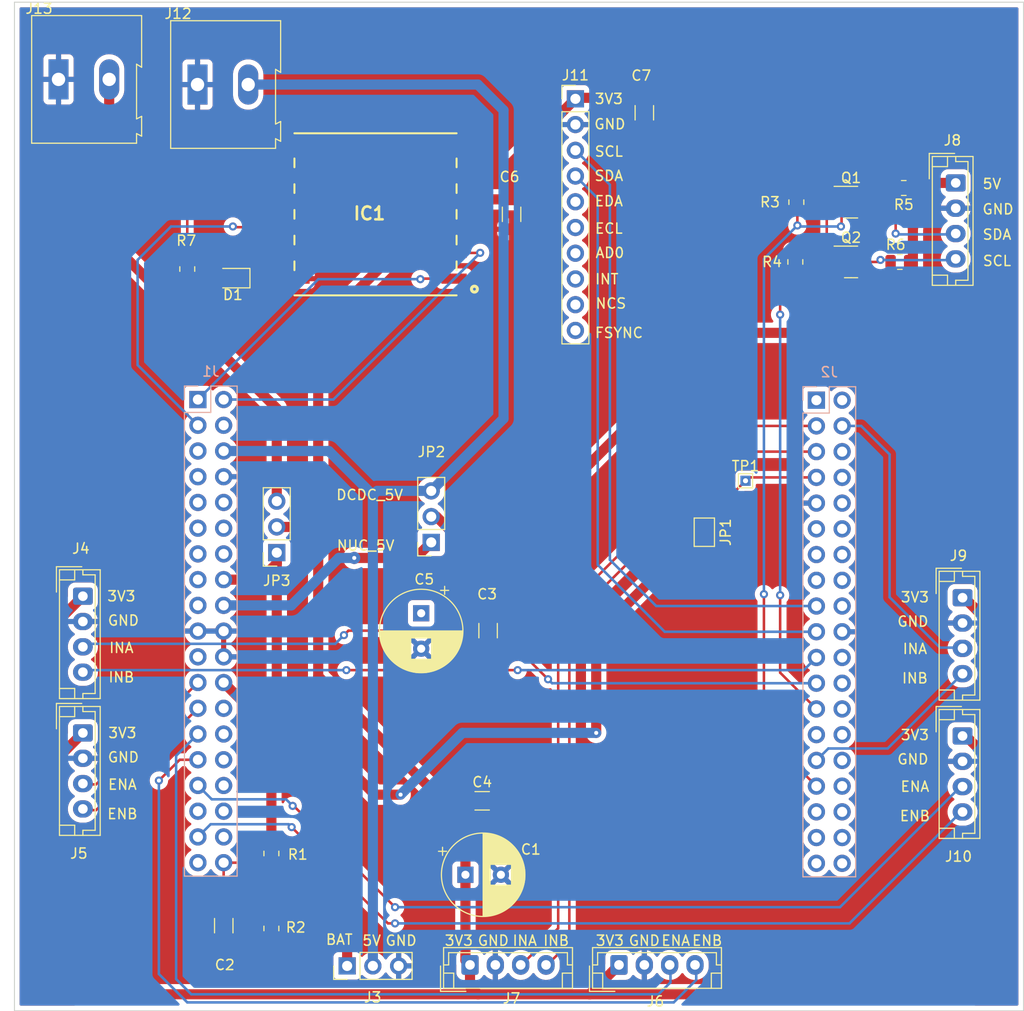
<source format=kicad_pcb>
(kicad_pcb (version 20211014) (generator pcbnew)
  (layers (0 "F.Cu" signal) (31 "B.Cu" signal) (34 "B.Paste" user) (35 "F.Paste" user) (36 "B.SilkS" user "B.Silkscreen") (37 "F.SilkS" user "F.Silkscreen") (38 "B.Mask" user) (39 "F.Mask" user) (44 "Edge.Cuts" user))
  (net 0 "")
  (net 1 "AVDD")
  (net 2 "VIN")
  (net 3 "BAT_ADC")
  (net 5 "ENCODER_GND")
  (net 6 "ENCODER_VCC")
  (net 8 "SDA2")
  (net 12 "SCL2")
  (net 14 "LOGIC_5V")
  (net 17 "Net-(D1-Pad2)")
  (net 19 "GPS_UART_RX")
  (net 20 "GPS_UART_TX")
  (net 21 "GPS_RESET")
  (net 22 "VDD")
  (net 24 "5V_DCDC")
  (net 26 "IOREF")
  (net 28 "RESET")
  (net 30 "ENCODER_A1")
  (net 32 "ENCODER_B1")
  (net 35 "ENCODER_A2")
  (net 36 "ENCODER_B2")
  (net 37 "ENCODER_A3")
  (net 38 "VBAT")
  (net 43 "ENCODER_B3")
  (net 44 "INA2")
  (net 52 "INA3")
  (net 54 "INB2")
  (net 58 "U5V")
  (net 59 "SCL")
  (net 60 "SDA")
  (net 62 "INB1")
  (net 64 "INA1")
  (net 66 "INB3")
  (net 68 "Net-(IC1-Pad6)")
  (net 84 "Net-(J8-Pad3)")
  (net 85 "Net-(J8-Pad4)")
  (net 86 "NUCLEO_5V")
  (net 87 "NUCLEO_3V3")
  (net 88 "3V3_DCDC")
  (footprint "Resistor_SMD:R_0805_2012Metric" (layer "F.Cu") (at 79.2 119.6 -90)
    (fp_text reference "R1")
    (fp_text value "10k")
  )
  (footprint "TestPoint:TestPoint_THTPad_1.0x1.0mm_Drill0.5mm" (layer "F.Cu") (at 125.984 82.804)
    (fp_text reference "TP1")
    (fp_text value "AVDD")
  )
  (footprint "Capacitor_SMD:C_1206_3216Metric" (layer "F.Cu") (at 102.9 56.5 90)
    (fp_text reference "C6")
    (fp_text value "10u")
  )
  (footprint "Capacitor_SMD:C_1206_3216Metric" (layer "F.Cu") (at 100 114.4)
    (fp_text reference "C4")
    (fp_text value "100n")
  )
  (footprint "Connector_JST:JST_EH_B4B-EH-A_1x04_P2.50mm_Vertical" (layer "F.Cu") (at 146.725 53.4 -90)
    (fp_text reference "J8")
    (fp_text value "LCD_I2C")
  )
  (footprint "TerminalBlock:TerminalBlock_Altech_AK300-2_P5.00mm" (layer "F.Cu") (at 71.911 43.688)
    (fp_text reference "J12")
    (fp_text value "Screw_Terminal_01x02")
  )
  (footprint "Connector_JST:JST_EH_B4B-EH-A_1x04_P2.50mm_Vertical" (layer "F.Cu") (at 60.6 107.7 -90)
    (fp_text reference "J5")
    (fp_text value "ENCODER_1")
  )
  (footprint "Resistor_SMD:R_0805_2012Metric" (layer "F.Cu") (at 141.2125 61.2 180)
    (fp_text reference "R6")
    (fp_text value "2K")
  )
  (footprint "LED_SMD:LED_0805_2012Metric" (layer "F.Cu") (at 75.4 62.8 180)
    (fp_text reference "D1")
    (fp_text value "LED")
  )
  (footprint "Capacitor_SMD:C_1206_3216Metric" (layer "F.Cu") (at 100.584 97.6 -90)
    (fp_text reference "C3")
    (fp_text value "100n")
  )
  (footprint "Resistor_SMD:R_0805_2012Metric" (layer "F.Cu") (at 141.6 53.9 180)
    (fp_text reference "R5")
    (fp_text value "2K")
  )
  (footprint "Connector_JST:JST_EH_B4B-EH-A_1x04_P2.50mm_Vertical" (layer "F.Cu") (at 98.8 130.6)
    (fp_text reference "J7")
    (fp_text value "MOTOR_2")
  )
  (footprint "Capacitor_THT:CP_Radial_D8.0mm_P3.50mm" (layer "F.Cu") (at 93.98 95.883349 -90)
    (fp_text reference "C5")
    (fp_text value "470u")
  )
  (footprint "Connector_PinSocket_2.54mm:PinSocket_1x03_P2.54mm_Vertical" (layer "F.Cu") (at 79.731 89.901 180)
    (fp_text reference "JP3")
    (fp_text value "Jumper_3_Open")
  )
  (footprint "Resistor_SMD:R_0805_2012Metric" (layer "F.Cu") (at 131 55.3 -90)
    (fp_text reference "R3")
    (fp_text value "2K")
  )
  (footprint "Resistor_SMD:R_0805_2012Metric" (layer "F.Cu") (at 70.9 61.9 90)
    (fp_text reference "R7")
    (fp_text value "1K")
  )
  (footprint "Capacitor_THT:CP_Radial_D8.0mm_P3.50mm" (layer "F.Cu") (at 98.347349 121.7)
    (fp_text reference "C1")
    (fp_text value "470u")
  )
  (footprint "Package_TO_SOT_SMD:SOT-23" (layer "F.Cu") (at 136.4 61.2)
    (fp_text reference "Q2")
    (fp_text value "BSS138")
  )
  (footprint "Package_TO_SOT_SMD:SOT-23" (layer "F.Cu") (at 136.4 55.3)
    (fp_text reference "Q1")
    (fp_text value "BSS138")
  )
  (footprint "Capacitor_SMD:C_1206_3216Metric" (layer "F.Cu") (at 74.5 126.725 90)
    (fp_text reference "C2")
    (fp_text value "47u")
  )
  (footprint "Connector_PinSocket_2.54mm:PinSocket_1x03_P2.54mm_Vertical" (layer "F.Cu") (at 94.971 88.885 180)
    (fp_text reference "JP2")
    (fp_text value "Jumper_3_Open")
  )
  (footprint "Connector_JST:JST_EH_B4B-EH-A_1x04_P2.50mm_Vertical" (layer "F.Cu") (at 60.6 94.2 -90)
    (fp_text reference "J4")
    (fp_text value "MOTOR_1")
  )
  (footprint "componentLib:L80-M39" (layer "F.Cu") (at 81.72335 51.42)
    (fp_text reference "IC1")
    (fp_text value "L80-M39" hide)
  )
  (footprint "Connector_JST:JST_EH_B4B-EH-A_1x04_P2.50mm_Vertical" (layer "F.Cu") (at 147.4 108 -90)
    (fp_text reference "J10")
    (fp_text value "ENCODER_3")
  )
  (footprint "Resistor_SMD:R_0805_2012Metric" (layer "F.Cu") (at 79.2 127 -90)
    (fp_text reference "R2")
    (fp_text value "2k")
  )
  (footprint "Connector_JST:JST_EH_B4B-EH-A_1x04_P2.50mm_Vertical" (layer "F.Cu") (at 113.5 130.6)
    (fp_text reference "J6")
    (fp_text value "ENCODER_2")
  )
  (footprint "Connector_JST:JST_EH_B4B-EH-A_1x04_P2.50mm_Vertical" (layer "F.Cu") (at 147.4 94.35 -90)
    (fp_text reference "J9")
    (fp_text value "MOTOR_3")
  )
  (footprint "Resistor_SMD:R_0805_2012Metric" (layer "F.Cu") (at 130.9 61.2 -90)
    (fp_text reference "R4")
    (fp_text value "2K")
  )
  (footprint "Jumper:SolderJumper-2_P1.3mm_Bridged2Bar_Pad1.0x1.5mm" (layer "F.Cu") (at 121.92 87.884 -90)
    (fp_text reference "JP1")
    (fp_text value "AVDD-3.3V")
  )
  (footprint "Capacitor_SMD:C_1206_3216Metric" (layer "F.Cu") (at 116 46.475 90)
    (fp_text reference "C7")
    (fp_text value "100n")
  )
  (footprint "Connector_PinHeader_2.54mm:PinHeader_1x10_P2.54mm_Vertical" (layer "F.Cu") (at 109.2 45.1)
    (fp_text reference "J11")
    (fp_text value "MPU9250")
  )
  (footprint "Connector_PinHeader_2.54mm:PinHeader_1x03_P2.54mm_Vertical" (layer "F.Cu") (at 86.675 130.7 90)
    (fp_text reference "J3")
    (fp_text value "POWER")
  )
  (footprint "TerminalBlock:TerminalBlock_Altech_AK300-2_P5.00mm" (layer "F.Cu") (at 58.195 43.18)
    (fp_text reference "J13")
    (fp_text value "Screw_Terminal_01x02")
  )
  (footprint "Connector_PinSocket_2.54mm:PinSocket_2x19_P2.54mm_Vertical" (layer "B.Cu") (at 71.95 74.786 180)
    (fp_text reference "J1")
    (fp_text value "Conn_02x19_Odd_Even")
  )
  (footprint "Connector_PinSocket_2.54mm:PinSocket_2x19_P2.54mm_Vertical" (layer "B.Cu") (at 132.98 74.85 180)
    (fp_text reference "J2")
    (fp_text value "Conn_02x19_Odd_Even")
  )
  (gr_line (start 153.416 35.56) (end 153.416 135.128) (layer "Edge.Cuts") (width 0.1))
  (gr_line (start 53.848 35.56) (end 153.416 35.56) (layer "Edge.Cuts") (width 0.1))
  (gr_line (start 153.416 135.128) (end 53.848 135.128) (layer "Edge.Cuts") (width 0.1))
  (gr_line (start 53.848 135.128) (end 53.848 35.56) (layer "Edge.Cuts") (width 0.1))
  (gr_text "INA" (at 104.2 128.2) (layer "F.SilkS") (effects (font (size 1 1))))
  (gr_text "3V3" (at 97.7 128.2) (layer "F.SilkS") (effects (font (size 1 1))))
  (gr_text "3V3" (at 142.7 94.3) (layer "F.SilkS") (effects (font (size 1 1))))
  (gr_text "ENB" (at 64.5 115.7) (layer "F.SilkS") (effects (font (size 1 1))))
  (gr_text "INT" (at 112.3 62.9) (layer "F.SilkS") (effects (font (size 1 1))))
  (gr_text "GND" (at 142.5 110.3) (layer "F.SilkS") (effects (font (size 1 1))))
  (gr_text "GND" (at 64.6 96.6) (layer "F.SilkS") (effects (font (size 1 1))))
  (gr_text "ENA" (at 119.1 128.2) (layer "F.SilkS") (effects (font (size 1 1))))
  (gr_text "GND" (at 101.1 128.2) (layer "F.SilkS") (effects (font (size 1 1))))
  (gr_text "INB" (at 142.7 102.3) (layer "F.SilkS") (effects (font (size 1 1))))
  (gr_text "GND" (at 92 128.2) (layer "F.SilkS") (effects (font (size 1 1))))
  (gr_text "5V" (at 89.1 128.2) (layer "F.SilkS") (effects (font (size 1 1))))
  (gr_text "3V3" (at 112.6 128.2) (layer "F.SilkS") (effects (font (size 1 1))))
  (gr_text "GND" (at 142.5 96.7) (layer "F.SilkS") (effects (font (size 1 1))))
  (gr_text "GND" (at 150.9 56) (layer "F.SilkS") (effects (font (size 1 1))))
  (gr_text "GND" (at 112.6 47.6) (layer "F.SilkS") (effects (font (size 1 1))))
  (gr_text "NUC_5V" (at 88.5 89.2) (layer "F.SilkS") (effects (font (size 1 1))))
  (gr_text "EDA" (at 112.5 55.2) (layer "F.SilkS") (effects (font (size 1 1))))
  (gr_text "SDA" (at 112.5 52.7) (layer "F.SilkS") (effects (font (size 1 1))))
  (gr_text "BAT\n" (at 85.9 128.1) (layer "F.SilkS") (effects (font (size 1 1))))
  (gr_text "ECL" (at 112.5 57.9) (layer "F.SilkS") (effects (font (size 1 1))))
  (gr_text "INA" (at 142.7 99.4) (layer "F.SilkS") (effects (font (size 1 1))))
  (gr_text "ENA" (at 64.5 112.8) (layer "F.SilkS") (effects (font (size 1 1))))
  (gr_text "INA" (at 64.4 99.3) (layer "F.SilkS") (effects (font (size 1 1))))
  (gr_text "ENB" (at 122.2 128.2) (layer "F.SilkS") (effects (font (size 1 1))))
  (gr_text "SDA" (at 150.8 58.5) (layer "F.SilkS") (effects (font (size 1 1))))
  (gr_text "AD0" (at 112.6 60.3) (layer "F.SilkS") (effects (font (size 1 1))))
  (gr_text "FSYNC" (at 113.5 68.2) (layer "F.SilkS") (effects (font (size 1 1))))
  (gr_text "INB" (at 107.3 128.2) (layer "F.SilkS") (effects (font (size 1 1))))
  (gr_text "3V3" (at 64.5 107.7) (layer "F.SilkS") (effects (font (size 1 1))))
  (gr_text "3V3" (at 112.5 45.1) (layer "F.SilkS") (effects (font (size 1 1))))
  (gr_text "DCDC_5V" (at 88.9 84.2) (layer "F.SilkS") (effects (font (size 1 1))))
  (gr_text "GND" (at 116 128.2) (layer "F.SilkS") (effects (font (size 1 1))))
  (gr_text "5V" (at 150.3 53.5) (layer "F.SilkS") (effects (font (size 1 1))))
  (gr_text "ENB" (at 142.7 115.9) (layer "F.SilkS") (effects (font (size 1 1))))
  (gr_text "3V3" (at 64.4 94.2) (layer "F.SilkS") (effects (font (size 1 1))))
  (gr_text "NCS" (at 112.7 65.3) (layer "F.SilkS") (effects (font (size 1 1))))
  (gr_text "3V3" (at 142.7 107.9) (layer "F.SilkS") (effects (font (size 1 1))))
  (gr_text "INB" (at 64.4 102.2) (layer "F.SilkS") (effects (font (size 1 1))))
  (gr_text "SCL" (at 112.5 50.3) (layer "F.SilkS") (effects (font (size 1 1))))
  (gr_text "ENA" (at 142.7 113) (layer "F.SilkS") (effects (font (size 1 1))))
  (gr_text "GND" (at 64.6 110.1) (layer "F.SilkS") (effects (font (size 1 1))))
  (gr_text "SCL" (at 150.8 61.1) (layer "F.SilkS") (effects (font (size 1 1))))
  (segment (start 122.094 87.326) (end 122.144 87.376) (width 0.25) (layer "F.Cu") (net 1))
  (segment (start 126.318 82.47) (end 125.984 82.804) (width 0.25) (layer "F.Cu") (net 1))
  (segment (start 125.984 82.804) (end 121.92 86.868) (width 0.25) (layer "F.Cu") (net 1))
  (segment (start 121.92 86.868) (end 121.92 87.234) (width 0.25) (layer "F.Cu") (net 1))
  (segment (start 132.98 82.47) (end 126.318 82.47) (width 0.25) (layer "F.Cu") (net 1))
  (segment (start 86.675 130.7) (end 86.675 125.931497) (width 1) (layer "F.Cu") (net 2))
  (segment (start 79.2 107.436) (end 74.49 102.726) (width 1) (layer "F.Cu") (net 2))
  (segment (start 79.431003 118.6875) (end 79.2 118.6875) (width 1) (layer "F.Cu") (net 2))
  (segment (start 86.675 125.931497) (end 79.431003 118.6875) (width 1) (layer "F.Cu") (net 2))
  (segment (start 79.2 118.6875) (end 79.2 107.436) (width 1) (layer "F.Cu") (net 2))
  (segment (start 74.49 125.24) (end 74.5 125.25) (width 0.25) (layer "F.Cu") (net 3))
  (segment (start 79.2 120.5125) (end 79.1935 120.506) (width 0.25) (layer "F.Cu") (net 3))
  (segment (start 78.3625 125.25) (end 79.2 126.0875) (width 0.25) (layer "F.Cu") (net 3))
  (segment (start 74.5 125.25) (end 78.3625 125.25) (width 0.25) (layer "F.Cu") (net 3))
  (segment (start 74.49 120.506) (end 74.49 125.24) (width 0.25) (layer "F.Cu") (net 3))
  (segment (start 79.1935 120.506) (end 74.49 120.506) (width 0.25) (layer "F.Cu") (net 3))
  (segment (start 76.3375 62.8) (end 76.3875 62.85) (width 0.25) (layer "F.Cu") (net 5))
  (segment (start 125.3875 54.3875) (end 116 45) (width 0.25) (layer "F.Cu") (net 6))
  (segment (start 134 61.1) (end 134.85 60.25) (width 0.25) (layer "F.Cu") (net 6))
  (segment (start 98.525 114.4) (end 96.112 114.4) (width 1) (layer "F.Cu") (net 6))
  (segment (start 57.5 110.8) (end 60.6 107.7) (width 1) (layer "F.Cu") (net 6))
  (segment (start 134 55.8125) (end 132.425 55.8125) (width 0.25) (layer "F.Cu") (net 6))
  (segment (start 132.425 55.8125) (end 131 54.3875) (width 0.25) (layer "F.Cu") (net 6))
  (segment (start 98.8 130.6) (end 98.8 132.7) (width 1) (layer "F.Cu") (net 6))
  (segment (start 97.42835 55.025) (end 97.22335 55.23) (width 1) (layer "F.Cu") (net 6))
  (segment (start 148.1 133.5) (end 150.9 130.7) (width 1) (layer "F.Cu") (net 6))
  (segment (start 102.9 51.4) (end 102.9 55.025) (width 1) (layer "F.Cu") (net 6))
  (segment (start 99.6 133.5) (end 110.6 133.5) (width 1) (layer "F.Cu") (net 6))
  (segment (start 134 61.1) (end 131.7125 61.1) (width 0.25) (layer "F.Cu") (net 6))
  (segment (start 109.3 45) (end 109.2 45.1) (width 1) (layer "F.Cu") (net 6))
  (segment (start 96.47335 55.23) (end 97.22335 55.23) (width 1) (layer "F.Cu") (net 6))
  (segment (start 83.82 67.88335) (end 96.47335 55.23) (width 1) (layer "F.Cu") (net 6))
  (segment (start 98.347349 114.577651) (end 98.525 114.4) (width 1) (layer "F.Cu") (net 6))
  (segment (start 96.112 114.4) (end 83.82 102.108) (width 1) (layer "F.Cu") (net 6))
  (segment (start 110.6 133.5) (end 148.1 133.5) (width 1) (layer "F.Cu") (net 6))
  (segment (start 102.9 55.025) (end 97.42835 55.025) (width 1) (layer "F.Cu") (net 6))
  (segment (start 83.82 102.108) (end 83.82 87.376) (width 1) (layer "F.Cu") (net 6))
  (segment (start 83.82 87.376) (end 83.805 87.361) (width 1) (layer "F.Cu") (net 6))
  (segment (start 60.3 133.5) (end 57.5 130.7) (width 1) (layer "F.Cu") (net 6))
  (segment (start 134 55.8125) (end 135.4625 54.35) (width 0.25) (layer "F.Cu") (net 6))
  (segment (start 97.22335 55.23) (end 97.22335 52.69) (width 1) (layer "F.Cu") (net 6))
  (segment (start 150.9 130.7) (end 150.9 111.175) (width 1) (layer "F.Cu") (net 6))
  (segment (start 99.6 133.5) (end 60.3 133.5) (width 1) (layer "F.Cu") (net 6))
  (segment (start 150.9 97.675) (end 147.425 94.2) (width 1) (layer "F.Cu") (net 6))
  (segment (start 98.347349 130.147349) (end 98.8 130.6) (width 1) (layer "F.Cu") (net 6))
  (segment (start 83.82 87.376) (end 83.82 67.88335) (width 1) (layer "F.Cu") (net 6))
  (segment (start 150.9 97.675) (end 147.55 94.325) (width 1) (layer "F.Cu") (net 6))
  (segment (start 83.805 87.361) (end 79.731 87.361) (width 1) (layer "F.Cu") (net 6))
  (segment (start 110.6 133.5) (end 113.5 130.6) (width 1) (layer "F.Cu") (net 6))
  (segment (start 57.5 110.8) (end 57.5 97.3) (width 1) (layer "F.Cu") (net 6))
  (segment (start 57.5 97.3) (end 60.6 94.2) (width 1) (layer "F.Cu") (net 6))
  (segment (start 150.9 111.175) (end 150.9 97.675) (width 1) (layer "F.Cu") (net 6))
  (segment (start 98.347349 121.7) (end 98.347349 114.577651) (width 1) (layer "F.Cu") (net 6))
  (segment (start 98.347349 121.7) (end 98.347349 130.147349) (width 1) (layer "F.Cu") (net 6))
  (segment (start 134.85 60.25) (end 135.4625 60.25) (width 0.25) (layer "F.Cu") (net 6))
  (segment (start 98.8 132.7) (end 99.6 133.5) (width 1) (layer "F.Cu") (net 6))
  (segment (start 131 54.3875) (end 125.3875 54.3875) (width 0.25) (layer "F.Cu") (net 6))
  (segment (start 134 61.1) (end 134 55.8125) (width 0.25) (layer "F.Cu") (net 6))
  (segment (start 150.9 111.175) (end 147.425 107.7) (width 1) (layer "F.Cu") (net 6))
  (segment (start 57.5 130.7) (end 57.5 110.8) (width 1) (layer "F.Cu") (net 6))
  (segment (start 131.7125 61.1) (end 130.9 60.2875) (width 0.25) (layer "F.Cu") (net 6))
  (segment (start 109.2 45.1) (end 102.9 51.4) (width 1) (layer "F.Cu") (net 6))
  (segment (start 116 45) (end 109.3 45) (width 1) (layer "F.Cu") (net 6))
  (segment (start 135.4625 56.25) (end 135.4625 57.6375) (width 0.25) (layer "F.Cu") (net 8))
  (segment (start 131.1 57.6) (end 131.1 56.3125) (width 0.25) (layer "F.Cu") (net 8))
  (segment (start 127.8 107.77) (end 132.98 112.95) (width 0.25) (layer "F.Cu") (net 8))
  (segment (start 135.4625 57.6375) (end 135.4 57.7) (width 0.25) (layer "F.Cu") (net 8))
  (segment (start 127.8 94) (end 127.8 107.77) (width 0.25) (layer "F.Cu") (net 8))
  (segment (start 131.1 56.3125) (end 131 56.2125) (width 0.25) (layer "F.Cu") (net 8))
  (via (at 131.1 57.6) (size 0.8) (drill 0.4) (layers "F.Cu" "B.Cu") (net 8))
  (via (at 127.8 94) (size 0.8) (drill 0.4) (layers "F.Cu" "B.Cu") (net 8))
  (via (at 135.4 57.7) (size 0.8) (drill 0.4) (layers "F.Cu" "B.Cu") (net 8))
  (segment (start 131.2 57.7) (end 131.1 57.6) (width 0.25) (layer "B.Cu") (net 8))
  (segment (start 131.1 57.6) (end 127.8 60.9) (width 0.25) (layer "B.Cu") (net 8))
  (segment (start 127.8 60.9) (end 127.8 94) (width 0.25) (layer "B.Cu") (net 8))
  (segment (start 135.4 57.7) (end 131.2 57.7) (width 0.25) (layer "B.Cu") (net 8))
  (segment (start 135.4625 62.15) (end 130.9375 62.15) (width 0.25) (layer "F.Cu") (net 12))
  (segment (start 130.9 62.1125) (end 129.4 63.6125) (width 0.25) (layer "F.Cu") (net 12))
  (segment (start 129.4 101.75) (end 132.98 105.33) (width 0.25) (layer "F.Cu") (net 12))
  (segment (start 129.4 63.6125) (end 129.4 66.4) (width 0.25) (layer "F.Cu") (net 12))
  (segment (start 129.4 94.1) (end 129.4 101.75) (width 0.25) (layer "F.Cu") (net 12))
  (segment (start 130.9375 62.15) (end 130.9 62.1125) (width 0.25) (layer "F.Cu") (net 12))
  (via (at 129.4 94.1) (size 0.8) (drill 0.4) (layers "F.Cu" "B.Cu") (net 12))
  (via (at 129.4 66.4) (size 0.8) (drill 0.4) (layers "F.Cu" "B.Cu") (net 12))
  (segment (start 129.4 66.4) (end 129.4 94.1) (width 0.25) (layer "B.Cu") (net 12))
  (segment (start 142.5 63.1) (end 137.4 68.2) (width 1) (layer "F.Cu") (net 14))
  (segment (start 142.5 57.9) (end 142.5 63.1) (width 1) (layer "F.Cu") (net 14))
  (segment (start 100.584 91.141) (end 100.584 96.125) (width 1) (layer "F.Cu") (net 14))
  (segment (start 146.725 53.4) (end 143.0125 53.4) (width 1) (layer "F.Cu") (net 14))
  (segment (start 143.0125 53.4) (end 142.5125 53.9) (width 1) (layer "F.Cu") (net 14))
  (segment (start 94.971 86.345) (end 95.489 86.345) (width 1) (layer "F.Cu") (net 14))
  (segment (start 100.584 91.44) (end 100.584 96.125) (width 1) (layer "F.Cu") (net 14))
  (segment (start 95.489 86.345) (end 100.584 91.44) (width 1) (layer "F.Cu") (net 14))
  (segment (start 142.5125 53.9) (end 142.5125 57.8875) (width 1) (layer "F.Cu") (net 14))
  (segment (start 142.5125 57.8875) (end 142.5 57.9) (width 1) (layer "F.Cu") (net 14))
  (segment (start 137.4 68.2) (end 123.525 68.2) (width 1) (layer "F.Cu") (net 14))
  (segment (start 123.525 68.2) (end 100.584 91.141) (width 1) (layer "F.Cu") (net 14))
  (segment (start 70.9 62.8125) (end 74.45 62.8125) (width 0.25) (layer "F.Cu") (net 17))
  (segment (start 74.45 62.8125) (end 74.4625 62.8) (width 0.25) (layer "F.Cu") (net 17))
  (segment (start 93.95 62.85) (end 93.9 62.9) (width 0.25) (layer "F.Cu") (net 19))
  (segment (start 97.22335 62.85) (end 93.95 62.85) (width 0.25) (layer "F.Cu") (net 19))
  (via (at 93.9 62.9) (size 0.8) (drill 0.4) (layers "F.Cu" "B.Cu") (net 19))
  (segment (start 83.836 62.9) (end 71.95 74.786) (width 0.25) (layer "B.Cu") (net 19))
  (segment (start 93.9 62.9) (end 83.836 62.9) (width 0.25) (layer "B.Cu") (net 19))
  (segment (start 97.22335 60.31) (end 99.79 60.31) (width 0.25) (layer "F.Cu") (net 20))
  (segment (start 99.79 60.31) (end 99.8 60.3) (width 0.25) (layer "F.Cu") (net 20))
  (via (at 99.8 60.3) (size 0.8) (drill 0.4) (layers "F.Cu" "B.Cu") (net 20))
  (segment (start 85.314 74.786) (end 74.49 74.786) (width 0.25) (layer "B.Cu") (net 20))
  (segment (start 99.8 60.3) (end 85.314 74.786) (width 0.25) (layer "B.Cu") (net 20))
  (segment (start 75.47 57.77) (end 75.4 57.7) (width 0.25) (layer "F.Cu") (net 21))
  (segment (start 81.72335 57.77) (end 75.47 57.77) (width 0.25) (layer "F.Cu") (net 21))
  (via (at 75.4 57.7) (size 0.8) (drill 0.4) (layers "F.Cu" "B.Cu") (net 21))
  (segment (start 69.3 57.7) (end 66 61) (width 0.25) (layer "B.Cu") (net 21))
  (segment (start 66 71.376) (end 71.95 77.326) (width 0.25) (layer "B.Cu") (net 21))
  (segment (start 66 61) (end 66 71.376) (width 0.25) (layer "B.Cu") (net 21))
  (segment (start 75.4 57.7) (end 69.3 57.7) (width 0.25) (layer "B.Cu") (net 21))
  (segment (start 102.108 76.668) (end 94.971 83.805) (width 1) (layer "B.Cu") (net 24))
  (segment (start 84.866 79.866) (end 89.215 84.215) (width 1) (layer "B.Cu") (net 24))
  (segment (start 99.568 43.688) (end 102.108 46.228) (width 1) (layer "B.Cu") (net 24))
  (segment (start 89.625 83.805) (end 94.971 83.805) (width 1) (layer "B.Cu") (net 24))
  (segment (start 102.108 46.228) (end 102.108 76.668) (width 1) (layer "B.Cu") (net 24))
  (segment (start 82.934 79.866) (end 84.866 79.866) (width 1) (layer "B.Cu") (net 24))
  (segment (start 89.215 84.215) (end 89.215 130.7) (width 1) (layer "B.Cu") (net 24))
  (segment (start 74.49 79.866) (end 82.934 79.866) (width 1) (layer "B.Cu") (net 24))
  (segment (start 89.215 84.215) (end 89.625 83.805) (width 1) (layer "B.Cu") (net 24))
  (segment (start 76.911 43.688) (end 99.568 43.688) (width 1) (layer "B.Cu") (net 24))
  (segment (start 60.6 112.78) (end 61.896 112.78) (width 0.25) (layer "F.Cu") (net 30))
  (segment (start 61.896 112.78) (end 71.95 102.726) (width 0.25) (layer "F.Cu") (net 30))
  (segment (start 61.896 115.32) (end 71.95 105.266) (width 0.25) (layer "F.Cu") (net 32))
  (segment (start 60.6 115.32) (end 61.896 115.32) (width 0.25) (layer "F.Cu") (net 32))
  (segment (start 117.4 133.5) (end 118.58 132.32) (width 0.25) (layer "B.Cu") (net 35))
  (segment (start 71.3 133.5) (end 117.4 133.5) (width 0.25) (layer "B.Cu") (net 35))
  (segment (start 118.58 132.32) (end 118.58 130.6) (width 0.25) (layer "B.Cu") (net 35))
  (segment (start 71.95 107.806) (end 69.8 109.956) (width 0.25) (layer "B.Cu") (net 35))
  (segment (start 69.8 132) (end 71.3 133.5) (width 0.25) (layer "B.Cu") (net 35))
  (segment (start 69.8 109.956) (end 69.8 132) (width 0.25) (layer "B.Cu") (net 35))
  (segment (start 68.1 112.4) (end 70.154 110.346) (width 0.25) (layer "F.Cu") (net 36))
  (segment (start 70.154 110.346) (end 71.95 110.346) (width 0.25) (layer "F.Cu") (net 36))
  (via (at 68.1 112.4) (size 0.8) (drill 0.4) (layers "F.Cu" "B.Cu") (net 36))
  (segment (start 70.9 134.3) (end 68.7 132.1) (width 0.25) (layer "B.Cu") (net 36))
  (segment (start 118.9 134.3) (end 70.9 134.3) (width 0.25) (layer "B.Cu") (net 36))
  (segment (start 68.1 131.5) (end 68.1 112.4) (width 0.25) (layer "B.Cu") (net 36))
  (segment (start 121.12 130.6) (end 121.12 132.08) (width 0.25) (layer "B.Cu") (net 36))
  (segment (start 121.12 132.08) (end 118.9 134.3) (width 0.25) (layer "B.Cu") (net 36))
  (segment (start 68.7 132.1) (end 68.1 131.5) (width 0.25) (layer "B.Cu") (net 36))
  (segment (start 91.4 124.9) (end 81.4 114.9) (width 0.25) (layer "F.Cu") (net 37))
  (segment (start 81.4 114.9) (end 81.3 114.9) (width 0.25) (layer "F.Cu") (net 37))
  (via (at 81.3 114.9) (size 0.8) (drill 0.4) (layers "F.Cu" "B.Cu") (net 37))
  (via (at 91.4 124.9) (size 0.8) (drill 0.4) (layers "F.Cu" "B.Cu") (net 37))
  (segment (start 80.651 114.251) (end 73.315 114.251) (width 0.25) (layer "B.Cu") (net 37))
  (segment (start 147.425 112.78) (end 135.305 124.9) (width 0.25) (layer "B.Cu") (net 37))
  (segment (start 81.3 114.9) (end 80.651 114.251) (width 0.25) (layer "B.Cu") (net 37))
  (segment (start 135.305 124.9) (end 91.3 124.9) (width 0.25) (layer "B.Cu") (net 37))
  (segment (start 91.3 124.9) (end 91.4 124.9) (width 0.25) (layer "B.Cu") (net 37))
  (segment (start 73.315 114.251) (end 71.95 112.886) (width 0.25) (layer "B.Cu") (net 37))
  (segment (start 90.7 126.5) (end 81.2 117) (width 0.25) (layer "F.Cu") (net 43))
  (segment (start 91.4 126.5) (end 90.7 126.5) (width 0.25) (layer "F.Cu") (net 43))
  (via (at 81.2 117) (size 0.8) (drill 0.4) (layers "F.Cu" "B.Cu") (net 43))
  (via (at 91.4 126.5) (size 0.8) (drill 0.4) (layers "F.Cu" "B.Cu") (net 43))
  (segment (start 147.425 115.32) (end 136.245 126.5) (width 0.25) (layer "B.Cu") (net 43))
  (segment (start 81.2 117) (end 80.912278 116.712278) (width 0.25) (layer "B.Cu") (net 43))
  (segment (start 73.203722 116.712278) (end 71.95 117.966) (width 0.25) (layer "B.Cu") (net 43))
  (segment (start 80.912278 116.712278) (end 73.203722 116.712278) (width 0.25) (layer "B.Cu") (net 43))
  (segment (start 136.245 126.5) (end 91.4 126.5) (width 0.25) (layer "B.Cu") (net 43))
  (segment (start 107.5 96.1) (end 126.21 77.39) (width 0.25) (layer "F.Cu") (net 44))
  (segment (start 107.5 126.98) (end 107.5 96.1) (width 0.25) (layer "F.Cu") (net 44))
  (segment (start 126.21 77.39) (end 132.98 77.39) (width 0.25) (layer "F.Cu") (net 44))
  (segment (start 103.88 130.6) (end 107.5 126.98) (width 0.25) (layer "F.Cu") (net 44))
  (segment (start 137.39 77.39) (end 135.52 77.39) (width 0.25) (layer "B.Cu") (net 52))
  (segment (start 147.425 99.28) (end 145.18 99.28) (width 0.25) (layer "B.Cu") (net 52))
  (segment (start 140.2 80.2) (end 137.39 77.39) (width 0.25) (layer "B.Cu") (net 52))
  (segment (start 145.18 99.28) (end 140.2 94.3) (width 0.25) (layer "B.Cu") (net 52))
  (segment (start 140.2 94.3) (end 140.2 80.2) (width 0.25) (layer "B.Cu") (net 52))
  (segment (start 108.6 96.7) (end 125.37 79.93) (width 0.25) (layer "F.Cu") (net 54))
  (segment (start 125.37 79.93) (end 132.98 79.93) (width 0.25) (layer "F.Cu") (net 54))
  (segment (start 106.42 130.6) (end 108.6 128.42) (width 0.25) (layer "F.Cu") (net 54))
  (segment (start 108.6 128.42) (end 108.6 96.7) (width 0.25) (layer "F.Cu") (net 54))
  (segment (start 112.6 90.6) (end 117.17 95.17) (width 0.25) (layer "B.Cu") (net 59))
  (segment (start 112.6 53.58) (end 112.6 90.6) (width 0.25) (layer "B.Cu") (net 59))
  (segment (start 109.2 50.18) (end 112.6 53.58) (width 0.25) (layer "B.Cu") (net 59))
  (segment (start 117.17 95.17) (end 132.98 95.17) (width 0.25) (layer "B.Cu") (net 59))
  (segment (start 111.4 91.1) (end 118.01 97.71) (width 0.25) (layer "B.Cu") (net 60))
  (segment (start 111.4 54.92) (end 111.4 91.1) (width 0.25) (layer "B.Cu") (net 60))
  (segment (start 109.2 52.72) (end 111.4 54.92) (width 0.25) (layer "B.Cu") (net 60))
  (segment (start 118.01 97.71) (end 132.98 97.71) (width 0.25) (layer "B.Cu") (net 60))
  (segment (start 86.6 101.5) (end 103.5 101.5) (width 0.25) (layer "F.Cu") (net 62))
  (via (at 103.5 101.5) (size 0.8) (drill 0.4) (layers "F.Cu" "B.Cu") (net 62))
  (via (at 86.6 101.5) (size 0.8) (drill 0.4) (layers "F.Cu" "B.Cu") (net 62))
  (segment (start 103.5 101.5) (end 131.73 101.5) (width 0.25) (layer "B.Cu") (net 62))
  (segment (start 60.6 101.82) (end 60.92 101.5) (width 0.25) (layer "B.Cu") (net 62))
  (segment (start 60.92 101.5) (end 86.6 101.5) (width 0.25) (layer "B.Cu") (net 62))
  (segment (start 131.73 101.5) (end 132.98 100.25) (width 0.25) (layer "B.Cu") (net 62))
  (segment (start 86.804 97.6) (end 101.7 97.6) (width 0.25) (layer "F.Cu") (net 64))
  (segment (start 101.7 97.6) (end 106.5 102.4) (width 0.25) (layer "F.Cu") (net 64))
  (segment (start 86.36 98.044) (end 86.804 97.6) (width 0.25) (layer "F.Cu") (net 64))
  (via (at 106.5 102.4) (size 0.8) (drill 0.4) (layers "F.Cu" "B.Cu") (net 64))
  (via (at 86.36 98.044) (size 0.8) (drill 0.4) (layers "F.Cu" "B.Cu") (net 64))
  (segment (start 85.504 98.9) (end 60.98 98.9) (width 0.25) (layer "B.Cu") (net 64))
  (segment (start 60.98 98.9) (end 60.6 99.28) (width 0.25) (layer "B.Cu") (net 64))
  (segment (start 106.5 102.4) (end 106.89 102.79) (width 0.25) (layer "B.Cu") (net 64))
  (segment (start 86.36 98.044) (end 85.504 98.9) (width 0.25) (layer "B.Cu") (net 64))
  (segment (start 106.89 102.79) (end 132.98 102.79) (width 0.25) (layer "B.Cu") (net 64))
  (segment (start 147.425 101.82) (end 140.01 109.235) (width 0.25) (layer "B.Cu") (net 66))
  (segment (start 140.01 109.235) (end 134.155 109.235) (width 0.25) (layer "B.Cu") (net 66))
  (segment (start 134.155 109.235) (end 132.98 110.41) (width 0.25) (layer "B.Cu") (net 66))
  (segment (start 94.77335 47.7) (end 97.22335 50.15) (width 0.25) (layer "F.Cu") (net 68))
  (segment (start 78.1 47.7) (end 94.77335 47.7) (width 0.25) (layer "F.Cu") (net 68))
  (segment (start 70.9 60.9875) (end 70.9 54.9) (width 0.25) (layer "F.Cu") (net 68))
  (segment (start 70.9 54.9) (end 78.1 47.7) (width 0.25) (layer "F.Cu") (net 68))
  (segment (start 138.7375 53.9) (end 137.3375 55.3) (width 0.25) (layer "F.Cu") (net 84))
  (segment (start 140.8 58.4) (end 140.8 54.0125) (width 0.25) (layer "F.Cu") (net 84))
  (segment (start 140.6875 53.9) (end 138.7375 53.9) (width 0.25) (layer "F.Cu") (net 84))
  (segment (start 140.8 54.0125) (end 140.6875 53.9) (width 0.25) (layer "F.Cu") (net 84))
  (via (at 140.8 58.4) (size 0.8) (drill 0.4) (layers "F.Cu" "B.Cu") (net 84))
  (segment (start 146.725 58.48) (end 140.88 58.48) (width 0.25) (layer "B.Cu") (net 84))
  (segment (start 140.88 58.48) (end 140.8 58.4) (width 0.25) (layer "B.Cu") (net 84))
  (segment (start 139.3 61) (end 139.1 61.2) (width 0.25) (layer "F.Cu") (net 85))
  (segment (start 140.1 61) (end 140.3 61.2) (width 0.25) (layer "F.Cu") (net 85))
  (segment (start 139.1 61.2) (end 137.3375 61.2) (width 0.25) (layer "F.Cu") (net 85))
  (segment (start 139.3 61) (end 140.1 61) (width 0.25) (layer "F.Cu") (net 85))
  (via (at 139.3 61) (size 0.8) (drill 0.4) (layers "F.Cu" "B.Cu") (net 85))
  (segment (start 139.32 61.02) (end 146.725 61.02) (width 0.25) (layer "B.Cu") (net 85))
  (segment (start 139.3 61) (end 139.32 61.02) (width 0.25) (layer "B.Cu") (net 85))
  (segment (start 87.376 90.424) (end 93.432 90.424) (width 1) (layer "F.Cu") (net 86))
  (segment (start 93.432 90.424) (end 94.971 88.885) (width 1) (layer "F.Cu") (net 86))
  (via (at 87.376 90.424) (size 1.2) (drill 0.4) (layers "F.Cu" "B.Cu") (net 86))
  (segment (start 81.17 95.106) (end 74.49 95.106) (width 1) (layer "B.Cu") (net 86))
  (segment (start 85.852 90.424) (end 81.17 95.106) (width 1) (layer "B.Cu") (net 86))
  (segment (start 87.376 90.424) (end 85.852 90.424) (width 1) (layer "B.Cu") (net 86))
  (segment (start 79.731 89.901) (end 79.731 90.957) (width 1) (layer "F.Cu") (net 87))
  (segment (start 111.252 98.044) (end 120.762 88.534) (width 1) (layer "F.Cu") (net 87))
  (segment (start 120.762 88.534) (end 121.92 88.534) (width 1) (layer "F.Cu") (net 87))
  (segment (start 78.122 92.566) (end 74.49 92.566) (width 1) (layer "F.Cu") (net 87))
  (segment (start 89.408 113.792) (end 79.731 104.115) (width 1) (layer "F.Cu") (net 87))
  (segment (start 91.948 113.792) (end 89.408 113.792) (width 1) (layer "F.Cu") (net 87))
  (segment (start 111.252 107.696) (end 111.252 98.044) (width 1) (layer "F.Cu") (net 87))
  (segment (start 79.731 90.957) (end 78.122 92.566) (width 1) (layer "F.Cu") (net 87))
  (segment (start 79.731 104.115) (end 79.731 89.901) (width 1) (layer "F.Cu") (net 87))
  (via (at 111.252 107.696) (size 0.8) (drill 0.4) (layers "F.Cu" "B.Cu") (net 87))
  (via (at 91.948 113.792) (size 0.8) (drill 0.4) (layers "F.Cu" "B.Cu") (net 87))
  (segment (start 98.044 107.696) (end 91.948 113.792) (width 1) (layer "B.Cu") (net 87))
  (segment (start 111.252 107.696) (end 98.044 107.696) (width 1) (layer "B.Cu") (net 87))
  (segment (start 79.731 75.667) (end 63.195 59.131) (width 1) (layer "F.Cu") (net 88))
  (segment (start 63.195 59.131) (end 63.195 43.18) (width 1) (layer "F.Cu") (net 88))
  (segment (start 79.731 84.821) (end 79.731 75.667) (width 1) (layer "F.Cu") (net 88))
  (zone (net 5) (net_name "ENCODER_GND") (layer "F.Cu") (connect_pads (clearance 0.508)) (min_thickness 0.254) (fill yes (thermal_gap 0.508) (thermal_bridge_width 0.508))
    (polygon (pts (xy 153.4 135.1) (xy 53.9 135.1) (xy 53.9 35.6) (xy 153.4 35.6)))
  )
  (zone (net 5) (net_name "ENCODER_GND") (layer "B.Cu") (connect_pads (clearance 0.508)) (min_thickness 0.254) (fill yes (thermal_gap 0.508) (thermal_bridge_width 0.508))
    (polygon (pts (xy 153.4 135.1) (xy 53.9 135.1) (xy 53.9 35.6) (xy 153.4 35.6)))
  )
)
</source>
